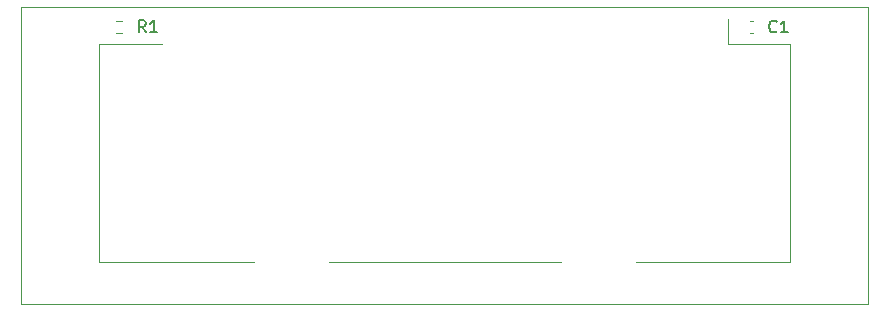
<source format=gbr>
G04 #@! TF.GenerationSoftware,KiCad,Pcbnew,8.0.4*
G04 #@! TF.CreationDate,2024-11-02T15:19:06-05:00*
G04 #@! TF.ProjectId,megaduck,6d656761-6475-4636-9b2e-6b696361645f,v1.0*
G04 #@! TF.SameCoordinates,Original*
G04 #@! TF.FileFunction,Legend,Top*
G04 #@! TF.FilePolarity,Positive*
%FSLAX46Y46*%
G04 Gerber Fmt 4.6, Leading zero omitted, Abs format (unit mm)*
G04 Created by KiCad (PCBNEW 8.0.4) date 2024-11-02 15:19:06*
%MOMM*%
%LPD*%
G01*
G04 APERTURE LIST*
%ADD10C,0.150000*%
%ADD11C,0.120000*%
G04 #@! TA.AperFunction,Profile*
%ADD12C,0.050000*%
G04 #@! TD*
G04 APERTURE END LIST*
D10*
X122753333Y-23576219D02*
X122420000Y-23100028D01*
X122181905Y-23576219D02*
X122181905Y-22576219D01*
X122181905Y-22576219D02*
X122562857Y-22576219D01*
X122562857Y-22576219D02*
X122658095Y-22623838D01*
X122658095Y-22623838D02*
X122705714Y-22671457D01*
X122705714Y-22671457D02*
X122753333Y-22766695D01*
X122753333Y-22766695D02*
X122753333Y-22909552D01*
X122753333Y-22909552D02*
X122705714Y-23004790D01*
X122705714Y-23004790D02*
X122658095Y-23052409D01*
X122658095Y-23052409D02*
X122562857Y-23100028D01*
X122562857Y-23100028D02*
X122181905Y-23100028D01*
X123705714Y-23576219D02*
X123134286Y-23576219D01*
X123420000Y-23576219D02*
X123420000Y-22576219D01*
X123420000Y-22576219D02*
X123324762Y-22719076D01*
X123324762Y-22719076D02*
X123229524Y-22814314D01*
X123229524Y-22814314D02*
X123134286Y-22861933D01*
X176169533Y-23506380D02*
X176121914Y-23554000D01*
X176121914Y-23554000D02*
X175979057Y-23601619D01*
X175979057Y-23601619D02*
X175883819Y-23601619D01*
X175883819Y-23601619D02*
X175740962Y-23554000D01*
X175740962Y-23554000D02*
X175645724Y-23458761D01*
X175645724Y-23458761D02*
X175598105Y-23363523D01*
X175598105Y-23363523D02*
X175550486Y-23173047D01*
X175550486Y-23173047D02*
X175550486Y-23030190D01*
X175550486Y-23030190D02*
X175598105Y-22839714D01*
X175598105Y-22839714D02*
X175645724Y-22744476D01*
X175645724Y-22744476D02*
X175740962Y-22649238D01*
X175740962Y-22649238D02*
X175883819Y-22601619D01*
X175883819Y-22601619D02*
X175979057Y-22601619D01*
X175979057Y-22601619D02*
X176121914Y-22649238D01*
X176121914Y-22649238D02*
X176169533Y-22696857D01*
X177121914Y-23601619D02*
X176550486Y-23601619D01*
X176836200Y-23601619D02*
X176836200Y-22601619D01*
X176836200Y-22601619D02*
X176740962Y-22744476D01*
X176740962Y-22744476D02*
X176645724Y-22839714D01*
X176645724Y-22839714D02*
X176550486Y-22887333D01*
D11*
G04 #@! TO.C,R1*
X120282942Y-22598900D02*
X120757458Y-22598900D01*
X120282942Y-23643900D02*
X120757458Y-23643900D01*
G04 #@! TO.C,C1*
X173909620Y-22611400D02*
X174190780Y-22611400D01*
X173909620Y-23631400D02*
X174190780Y-23631400D01*
G04 #@! TO.C,J3*
X118800400Y-24554000D02*
X118800400Y-43054000D01*
X118800400Y-24554000D02*
X124100400Y-24554000D01*
X118800400Y-43054000D02*
X131900400Y-43054000D01*
X138300400Y-43054000D02*
X157900400Y-43054000D01*
X164300400Y-43054000D02*
X177300400Y-43054000D01*
X172100400Y-24554000D02*
X172100400Y-22454000D01*
X177300400Y-24554000D02*
X172100400Y-24554000D01*
X177300400Y-24554000D02*
X177300400Y-43054000D01*
G04 #@! TD*
D12*
X118398800Y-21470400D02*
X112242600Y-21470400D01*
X124444000Y-46616400D02*
X124317000Y-46616400D01*
X177834800Y-46616400D02*
X172069000Y-46616400D01*
X177834800Y-46616400D02*
X183946800Y-46616400D01*
X118398800Y-21470400D02*
X177834800Y-21470400D01*
X118398800Y-46616400D02*
X124317000Y-46616400D01*
X177834800Y-21470400D02*
X183946800Y-21470400D01*
X124444000Y-46616400D02*
X172069000Y-46616400D01*
X183946800Y-21470400D02*
X183946800Y-46616400D01*
X118398800Y-46616400D02*
X112242600Y-46616400D01*
X112242600Y-21470400D02*
X112242600Y-46616400D01*
M02*

</source>
